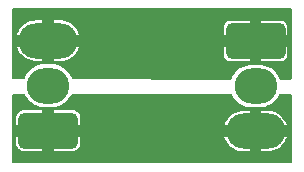
<source format=gbr>
%TF.GenerationSoftware,KiCad,Pcbnew,7.0.7*%
%TF.CreationDate,2023-11-08T00:53:50-05:00*%
%TF.ProjectId,Pixel_Boost2,50697865-6c5f-4426-9f6f-7374322e6b69,v3*%
%TF.SameCoordinates,Original*%
%TF.FileFunction,Copper,L2,Bot*%
%TF.FilePolarity,Positive*%
%FSLAX46Y46*%
G04 Gerber Fmt 4.6, Leading zero omitted, Abs format (unit mm)*
G04 Created by KiCad (PCBNEW 7.0.7) date 2023-11-08 00:53:50*
%MOMM*%
%LPD*%
G01*
G04 APERTURE LIST*
G04 Aperture macros list*
%AMRoundRect*
0 Rectangle with rounded corners*
0 $1 Rounding radius*
0 $2 $3 $4 $5 $6 $7 $8 $9 X,Y pos of 4 corners*
0 Add a 4 corners polygon primitive as box body*
4,1,4,$2,$3,$4,$5,$6,$7,$8,$9,$2,$3,0*
0 Add four circle primitives for the rounded corners*
1,1,$1+$1,$2,$3*
1,1,$1+$1,$4,$5*
1,1,$1+$1,$6,$7*
1,1,$1+$1,$8,$9*
0 Add four rect primitives between the rounded corners*
20,1,$1+$1,$2,$3,$4,$5,0*
20,1,$1+$1,$4,$5,$6,$7,0*
20,1,$1+$1,$6,$7,$8,$9,0*
20,1,$1+$1,$8,$9,$2,$3,0*%
G04 Aperture macros list end*
%TA.AperFunction,ComponentPad*%
%ADD10RoundRect,0.416667X2.083333X-1.083333X2.083333X1.083333X-2.083333X1.083333X-2.083333X-1.083333X0*%
%TD*%
%TA.AperFunction,ComponentPad*%
%ADD11O,3.600000X3.000000*%
%TD*%
%TA.AperFunction,ComponentPad*%
%ADD12O,5.000000X3.000000*%
%TD*%
%TA.AperFunction,ComponentPad*%
%ADD13RoundRect,0.416667X-2.083333X1.083333X-2.083333X-1.083333X2.083333X-1.083333X2.083333X1.083333X0*%
%TD*%
%TA.AperFunction,ViaPad*%
%ADD14C,0.800000*%
%TD*%
G04 APERTURE END LIST*
D10*
%TO.P,J1,1,Pin_1*%
%TO.N,GND*%
X142467500Y-116842500D03*
D11*
%TO.P,J1,2,Pin_2*%
%TO.N,Net-(J1-Pin_2)*%
X142467500Y-113032500D03*
D12*
%TO.P,J1,3,Pin_3*%
%TO.N,+12V*%
X142467500Y-109222500D03*
%TD*%
D13*
%TO.P,J2,1,Pin_1*%
%TO.N,+12V*%
X160020000Y-109260000D03*
D11*
%TO.P,J2,2,Pin_2*%
%TO.N,Net-(J2-Pin_2)*%
X160020000Y-113070000D03*
D12*
%TO.P,J2,3,Pin_3*%
%TO.N,GND*%
X160020000Y-116880000D03*
%TD*%
D14*
%TO.N,GND*%
X155310000Y-118220000D03*
X151000000Y-114190000D03*
X152300000Y-118300000D03*
X149700000Y-118330000D03*
X148700000Y-114200000D03*
X146825000Y-118300000D03*
%TO.N,+12V*%
X156260000Y-106960000D03*
X148475000Y-111506000D03*
X150400000Y-111506000D03*
X156300000Y-111390000D03*
X148625000Y-108210000D03*
X150425000Y-108210000D03*
X146875000Y-108925000D03*
%TD*%
%TA.AperFunction,Conductor*%
%TO.N,+12V*%
G36*
X163057866Y-106519789D02*
G01*
X163094557Y-106570289D01*
X163099500Y-106601500D01*
X163099500Y-112418312D01*
X163080211Y-112477678D01*
X163029711Y-112514369D01*
X162998463Y-112519312D01*
X162117122Y-112518991D01*
X162057763Y-112499680D01*
X162021091Y-112449167D01*
X162020646Y-112447759D01*
X162019105Y-112442764D01*
X162008206Y-112407428D01*
X161890599Y-112163215D01*
X161737907Y-111939257D01*
X161737901Y-111939250D01*
X161553544Y-111740559D01*
X161341623Y-111571558D01*
X161276669Y-111534057D01*
X161106879Y-111436029D01*
X161106875Y-111436027D01*
X161106871Y-111436025D01*
X160854565Y-111337003D01*
X160854557Y-111337000D01*
X160590302Y-111276685D01*
X160387671Y-111261500D01*
X160387668Y-111261500D01*
X159652332Y-111261500D01*
X159652329Y-111261500D01*
X159449697Y-111276685D01*
X159185442Y-111337000D01*
X159185434Y-111337003D01*
X158933128Y-111436025D01*
X158698376Y-111571558D01*
X158486455Y-111740559D01*
X158302098Y-111939250D01*
X158302096Y-111939253D01*
X158149404Y-112163208D01*
X158149398Y-112163219D01*
X158031793Y-112407428D01*
X158019823Y-112446232D01*
X157983891Y-112497274D01*
X157924819Y-112517448D01*
X157923274Y-112517459D01*
X144574214Y-112512588D01*
X144514855Y-112493277D01*
X144478183Y-112442764D01*
X144477772Y-112441467D01*
X144455706Y-112369928D01*
X144338099Y-112125715D01*
X144185407Y-111901757D01*
X144185401Y-111901750D01*
X144001044Y-111703059D01*
X143789123Y-111534058D01*
X143742172Y-111506951D01*
X143554379Y-111398529D01*
X143554375Y-111398527D01*
X143554371Y-111398525D01*
X143302065Y-111299503D01*
X143302057Y-111299500D01*
X143037802Y-111239185D01*
X142835171Y-111224000D01*
X142835168Y-111224000D01*
X142099832Y-111224000D01*
X142099829Y-111224000D01*
X141897197Y-111239185D01*
X141632942Y-111299500D01*
X141632934Y-111299503D01*
X141380628Y-111398525D01*
X141145876Y-111534058D01*
X140933955Y-111703059D01*
X140749598Y-111901750D01*
X140749596Y-111901753D01*
X140596904Y-112125708D01*
X140596898Y-112125719D01*
X140479291Y-112369931D01*
X140457733Y-112439821D01*
X140421802Y-112490864D01*
X140362731Y-112511039D01*
X140361184Y-112511050D01*
X139501463Y-112510736D01*
X139442104Y-112491425D01*
X139405432Y-112440912D01*
X139400500Y-112409736D01*
X139400500Y-109722500D01*
X139832259Y-109722500D01*
X139904354Y-109923237D01*
X139904357Y-109923243D01*
X140029645Y-110153645D01*
X140188632Y-110362216D01*
X140377606Y-110544086D01*
X140592106Y-110694961D01*
X140592113Y-110694965D01*
X140827143Y-110811336D01*
X140827142Y-110811336D01*
X141077177Y-110890464D01*
X141077185Y-110890466D01*
X141336369Y-110930500D01*
X141967500Y-110930500D01*
X141967500Y-109974408D01*
X141986789Y-109915042D01*
X142037289Y-109878351D01*
X142099711Y-109878351D01*
X142113824Y-109884149D01*
X142209239Y-109932068D01*
X142379838Y-109972500D01*
X142379840Y-109972500D01*
X142511179Y-109972500D01*
X142511184Y-109972500D01*
X142641639Y-109957252D01*
X142806391Y-109897287D01*
X142808624Y-109895817D01*
X142811000Y-109894256D01*
X142871199Y-109877749D01*
X142929604Y-109899780D01*
X142963905Y-109951932D01*
X142967500Y-109978640D01*
X142967500Y-110930500D01*
X143532967Y-110930500D01*
X143728996Y-110915449D01*
X143984348Y-110855694D01*
X143984360Y-110855690D01*
X144227603Y-110757655D01*
X144227606Y-110757654D01*
X144453032Y-110623636D01*
X144453039Y-110623631D01*
X144655367Y-110456771D01*
X144700245Y-110406415D01*
X157312000Y-110406415D01*
X157314786Y-110441826D01*
X157358818Y-110593388D01*
X157358819Y-110593391D01*
X157439161Y-110729240D01*
X157550759Y-110840838D01*
X157686608Y-110921180D01*
X157686611Y-110921181D01*
X157838173Y-110965213D01*
X157873585Y-110968000D01*
X159520000Y-110968000D01*
X159520000Y-110011908D01*
X159539289Y-109952542D01*
X159589789Y-109915851D01*
X159652211Y-109915851D01*
X159666324Y-109921649D01*
X159761739Y-109969568D01*
X159932338Y-110010000D01*
X159932340Y-110010000D01*
X160063679Y-110010000D01*
X160063684Y-110010000D01*
X160194139Y-109994752D01*
X160358891Y-109934787D01*
X160361124Y-109933317D01*
X160363500Y-109931756D01*
X160423699Y-109915249D01*
X160482104Y-109937280D01*
X160516405Y-109989432D01*
X160520000Y-110016140D01*
X160520000Y-110968000D01*
X162166415Y-110968000D01*
X162201826Y-110965213D01*
X162353388Y-110921181D01*
X162353391Y-110921180D01*
X162489240Y-110840838D01*
X162600838Y-110729240D01*
X162681180Y-110593391D01*
X162681181Y-110593388D01*
X162725213Y-110441826D01*
X162728000Y-110406415D01*
X162728000Y-109760000D01*
X160772287Y-109760000D01*
X160712921Y-109740711D01*
X160676230Y-109690211D01*
X160676230Y-109627789D01*
X160684815Y-109608505D01*
X160713350Y-109559082D01*
X160763634Y-109391123D01*
X160773828Y-109216094D01*
X160743384Y-109043433D01*
X160691614Y-108923418D01*
X160681946Y-108901004D01*
X160676144Y-108838853D01*
X160707982Y-108785161D01*
X160765298Y-108760437D01*
X160774686Y-108760000D01*
X162728000Y-108760000D01*
X162728000Y-108113585D01*
X162725213Y-108078173D01*
X162681181Y-107926611D01*
X162681180Y-107926608D01*
X162600838Y-107790759D01*
X162489240Y-107679161D01*
X162353391Y-107598819D01*
X162353388Y-107598818D01*
X162201826Y-107554786D01*
X162166415Y-107552000D01*
X160520000Y-107552000D01*
X160520000Y-108508091D01*
X160500711Y-108567457D01*
X160450211Y-108604148D01*
X160387789Y-108604148D01*
X160373672Y-108598348D01*
X160278263Y-108550433D01*
X160278264Y-108550433D01*
X160278262Y-108550432D01*
X160278261Y-108550432D01*
X160107662Y-108510000D01*
X159976316Y-108510000D01*
X159976313Y-108510000D01*
X159845860Y-108525248D01*
X159681107Y-108585213D01*
X159681105Y-108585214D01*
X159676494Y-108588247D01*
X159616293Y-108604749D01*
X159557890Y-108582714D01*
X159523593Y-108530559D01*
X159520000Y-108503859D01*
X159520000Y-107552000D01*
X157873585Y-107552000D01*
X157838173Y-107554786D01*
X157686611Y-107598818D01*
X157686608Y-107598819D01*
X157550759Y-107679161D01*
X157439161Y-107790759D01*
X157358819Y-107926608D01*
X157358818Y-107926611D01*
X157314786Y-108078173D01*
X157312000Y-108113585D01*
X157312000Y-108760000D01*
X159267713Y-108760000D01*
X159327079Y-108779289D01*
X159363770Y-108829789D01*
X159363770Y-108892211D01*
X159355184Y-108911494D01*
X159348299Y-108923421D01*
X159326648Y-108960921D01*
X159276366Y-109128873D01*
X159276365Y-109128880D01*
X159273470Y-109178594D01*
X159266172Y-109303906D01*
X159290004Y-109439070D01*
X159296617Y-109476570D01*
X159358054Y-109618996D01*
X159363856Y-109681147D01*
X159332018Y-109734839D01*
X159274702Y-109759563D01*
X159265314Y-109760000D01*
X157312000Y-109760000D01*
X157312000Y-110406415D01*
X144700245Y-110406415D01*
X144829858Y-110260979D01*
X144972410Y-110040851D01*
X144972415Y-110040841D01*
X145079698Y-109801526D01*
X145101416Y-109722500D01*
X143219787Y-109722500D01*
X143160421Y-109703211D01*
X143123730Y-109652711D01*
X143123730Y-109590289D01*
X143132315Y-109571005D01*
X143160850Y-109521582D01*
X143211134Y-109353623D01*
X143221328Y-109178594D01*
X143190884Y-109005933D01*
X143137617Y-108882447D01*
X143129446Y-108863504D01*
X143123644Y-108801353D01*
X143155482Y-108747661D01*
X143212798Y-108722937D01*
X143222186Y-108722500D01*
X145102741Y-108722500D01*
X145102741Y-108722499D01*
X145030645Y-108521762D01*
X145030642Y-108521756D01*
X144905354Y-108291354D01*
X144746367Y-108082783D01*
X144557393Y-107900913D01*
X144342893Y-107750038D01*
X144342886Y-107750034D01*
X144107856Y-107633663D01*
X144107857Y-107633663D01*
X143857822Y-107554535D01*
X143857814Y-107554533D01*
X143598631Y-107514500D01*
X142967500Y-107514500D01*
X142967500Y-108470591D01*
X142948211Y-108529957D01*
X142897711Y-108566648D01*
X142835289Y-108566648D01*
X142821172Y-108560848D01*
X142725763Y-108512933D01*
X142725764Y-108512933D01*
X142725762Y-108512932D01*
X142725761Y-108512932D01*
X142555162Y-108472500D01*
X142423816Y-108472500D01*
X142423813Y-108472500D01*
X142293360Y-108487748D01*
X142128607Y-108547713D01*
X142128605Y-108547714D01*
X142123994Y-108550747D01*
X142063793Y-108567249D01*
X142005390Y-108545214D01*
X141971093Y-108493059D01*
X141967500Y-108466359D01*
X141967500Y-107514500D01*
X141402033Y-107514500D01*
X141206003Y-107529550D01*
X140950651Y-107589305D01*
X140950639Y-107589309D01*
X140707396Y-107687344D01*
X140707393Y-107687345D01*
X140481967Y-107821363D01*
X140481960Y-107821368D01*
X140279632Y-107988228D01*
X140105141Y-108184020D01*
X139962589Y-108404148D01*
X139962584Y-108404158D01*
X139855301Y-108643473D01*
X139833584Y-108722500D01*
X141715213Y-108722500D01*
X141774579Y-108741789D01*
X141811270Y-108792289D01*
X141811270Y-108854711D01*
X141802684Y-108873994D01*
X141787091Y-108901004D01*
X141774148Y-108923421D01*
X141723866Y-109091373D01*
X141723865Y-109091380D01*
X141718786Y-109178594D01*
X141713672Y-109266406D01*
X141735662Y-109391123D01*
X141744117Y-109439070D01*
X141805554Y-109581496D01*
X141811356Y-109643647D01*
X141779518Y-109697339D01*
X141722202Y-109722063D01*
X141712814Y-109722500D01*
X139832259Y-109722500D01*
X139400500Y-109722500D01*
X139400500Y-106601500D01*
X139419789Y-106542134D01*
X139470289Y-106505443D01*
X139501500Y-106500500D01*
X162998500Y-106500500D01*
X163057866Y-106519789D01*
G37*
%TD.AperFunction*%
%TD*%
%TA.AperFunction,Conductor*%
%TO.N,GND*%
G36*
X140501650Y-113769289D02*
G01*
X140533280Y-113807176D01*
X140596901Y-113939285D01*
X140596902Y-113939286D01*
X140596908Y-113939296D01*
X140749591Y-114163240D01*
X140749598Y-114163249D01*
X140933955Y-114361940D01*
X140980982Y-114399442D01*
X141145879Y-114530943D01*
X141380621Y-114666471D01*
X141380626Y-114666473D01*
X141380628Y-114666474D01*
X141476170Y-114703971D01*
X141632941Y-114765499D01*
X141897201Y-114825815D01*
X142050583Y-114837309D01*
X142099829Y-114841000D01*
X142099832Y-114841000D01*
X142835171Y-114841000D01*
X142880726Y-114837585D01*
X143037799Y-114825815D01*
X143302059Y-114765499D01*
X143554379Y-114666471D01*
X143789121Y-114530943D01*
X144001042Y-114361942D01*
X144185407Y-114163243D01*
X144338099Y-113939286D01*
X144401718Y-113807178D01*
X144444856Y-113762060D01*
X144492717Y-113750000D01*
X157976725Y-113750000D01*
X158036091Y-113769289D01*
X158067721Y-113807176D01*
X158149401Y-113976785D01*
X158149402Y-113976786D01*
X158149408Y-113976796D01*
X158302091Y-114200740D01*
X158302098Y-114200749D01*
X158486455Y-114399440D01*
X158651353Y-114530941D01*
X158698379Y-114568443D01*
X158933121Y-114703971D01*
X158933126Y-114703973D01*
X158933128Y-114703974D01*
X159059281Y-114753484D01*
X159185441Y-114802999D01*
X159449701Y-114863315D01*
X159603083Y-114874809D01*
X159652329Y-114878500D01*
X159652332Y-114878500D01*
X160387671Y-114878500D01*
X160433225Y-114875085D01*
X160590299Y-114863315D01*
X160854559Y-114802999D01*
X161106879Y-114703971D01*
X161341621Y-114568443D01*
X161553542Y-114399442D01*
X161737907Y-114200743D01*
X161890599Y-113976786D01*
X161972277Y-113807178D01*
X162015415Y-113762060D01*
X162063276Y-113750000D01*
X162998500Y-113750000D01*
X163057866Y-113769289D01*
X163094557Y-113819789D01*
X163099500Y-113851000D01*
X163099500Y-119498500D01*
X163080211Y-119557866D01*
X163029711Y-119594557D01*
X162998500Y-119599500D01*
X139501500Y-119599500D01*
X139442134Y-119580211D01*
X139405443Y-119529711D01*
X139400500Y-119498500D01*
X139400500Y-117988915D01*
X139759500Y-117988915D01*
X139762286Y-118024326D01*
X139806318Y-118175888D01*
X139806319Y-118175891D01*
X139886661Y-118311740D01*
X139998259Y-118423338D01*
X140134108Y-118503680D01*
X140134111Y-118503681D01*
X140285673Y-118547713D01*
X140321085Y-118550500D01*
X141967500Y-118550500D01*
X141967500Y-117594408D01*
X141986789Y-117535042D01*
X142037289Y-117498351D01*
X142099711Y-117498351D01*
X142113824Y-117504149D01*
X142209239Y-117552068D01*
X142379838Y-117592500D01*
X142379840Y-117592500D01*
X142511179Y-117592500D01*
X142511184Y-117592500D01*
X142641639Y-117577252D01*
X142806391Y-117517287D01*
X142808624Y-117515817D01*
X142811000Y-117514256D01*
X142871199Y-117497749D01*
X142929604Y-117519780D01*
X142963905Y-117571932D01*
X142967500Y-117598640D01*
X142967500Y-118550500D01*
X144613915Y-118550500D01*
X144649326Y-118547713D01*
X144800888Y-118503681D01*
X144800891Y-118503680D01*
X144936740Y-118423338D01*
X145048338Y-118311740D01*
X145128680Y-118175891D01*
X145128681Y-118175888D01*
X145172713Y-118024326D01*
X145175500Y-117988915D01*
X145175500Y-117380000D01*
X157384759Y-117380000D01*
X157456854Y-117580737D01*
X157456857Y-117580743D01*
X157582145Y-117811145D01*
X157741132Y-118019716D01*
X157930106Y-118201586D01*
X158144606Y-118352461D01*
X158144613Y-118352465D01*
X158379643Y-118468836D01*
X158379642Y-118468836D01*
X158629677Y-118547964D01*
X158629685Y-118547966D01*
X158888869Y-118588000D01*
X159520000Y-118588000D01*
X159520000Y-117631908D01*
X159539289Y-117572542D01*
X159589789Y-117535851D01*
X159652211Y-117535851D01*
X159666324Y-117541649D01*
X159761739Y-117589568D01*
X159932338Y-117630000D01*
X159932340Y-117630000D01*
X160063679Y-117630000D01*
X160063684Y-117630000D01*
X160194139Y-117614752D01*
X160358891Y-117554787D01*
X160361124Y-117553317D01*
X160363500Y-117551756D01*
X160423699Y-117535249D01*
X160482104Y-117557280D01*
X160516405Y-117609432D01*
X160520000Y-117636140D01*
X160520000Y-118588000D01*
X161085467Y-118588000D01*
X161281496Y-118572949D01*
X161536848Y-118513194D01*
X161536860Y-118513190D01*
X161780103Y-118415155D01*
X161780106Y-118415154D01*
X162005532Y-118281136D01*
X162005539Y-118281131D01*
X162207867Y-118114271D01*
X162382358Y-117918479D01*
X162524910Y-117698351D01*
X162524915Y-117698341D01*
X162632198Y-117459026D01*
X162653916Y-117380000D01*
X160772287Y-117380000D01*
X160712921Y-117360711D01*
X160676230Y-117310211D01*
X160676230Y-117247789D01*
X160684815Y-117228505D01*
X160713350Y-117179082D01*
X160763634Y-117011123D01*
X160773828Y-116836094D01*
X160743384Y-116663433D01*
X160691614Y-116543418D01*
X160681946Y-116521004D01*
X160676144Y-116458853D01*
X160707982Y-116405161D01*
X160765298Y-116380437D01*
X160774686Y-116380000D01*
X162655241Y-116380000D01*
X162655241Y-116379999D01*
X162583145Y-116179262D01*
X162583142Y-116179256D01*
X162457854Y-115948854D01*
X162298867Y-115740283D01*
X162109893Y-115558413D01*
X161895393Y-115407538D01*
X161895386Y-115407534D01*
X161660356Y-115291163D01*
X161660357Y-115291163D01*
X161410322Y-115212035D01*
X161410314Y-115212033D01*
X161151131Y-115172000D01*
X160520000Y-115172000D01*
X160520000Y-116128091D01*
X160500711Y-116187457D01*
X160450211Y-116224148D01*
X160387789Y-116224148D01*
X160373672Y-116218348D01*
X160278263Y-116170433D01*
X160278264Y-116170433D01*
X160278262Y-116170432D01*
X160278261Y-116170432D01*
X160107662Y-116130000D01*
X159976316Y-116130000D01*
X159976313Y-116130000D01*
X159845860Y-116145248D01*
X159681107Y-116205213D01*
X159681105Y-116205214D01*
X159676494Y-116208247D01*
X159616293Y-116224749D01*
X159557890Y-116202714D01*
X159523593Y-116150559D01*
X159520000Y-116123859D01*
X159520000Y-115172000D01*
X158954533Y-115172000D01*
X158758503Y-115187050D01*
X158503151Y-115246805D01*
X158503139Y-115246809D01*
X158259896Y-115344844D01*
X158259893Y-115344845D01*
X158034467Y-115478863D01*
X158034460Y-115478868D01*
X157832132Y-115645728D01*
X157657641Y-115841520D01*
X157515089Y-116061648D01*
X157515084Y-116061658D01*
X157407801Y-116300973D01*
X157386084Y-116380000D01*
X159267713Y-116380000D01*
X159327079Y-116399289D01*
X159363770Y-116449789D01*
X159363770Y-116512211D01*
X159355184Y-116531494D01*
X159348299Y-116543421D01*
X159326648Y-116580921D01*
X159276366Y-116748873D01*
X159276365Y-116748880D01*
X159273470Y-116798594D01*
X159266172Y-116923906D01*
X159290004Y-117059070D01*
X159296617Y-117096570D01*
X159358054Y-117238996D01*
X159363856Y-117301147D01*
X159332018Y-117354839D01*
X159274702Y-117379563D01*
X159265314Y-117380000D01*
X157384759Y-117380000D01*
X145175500Y-117380000D01*
X145175500Y-117342500D01*
X143219787Y-117342500D01*
X143160421Y-117323211D01*
X143123730Y-117272711D01*
X143123730Y-117210289D01*
X143132315Y-117191005D01*
X143160850Y-117141582D01*
X143211134Y-116973623D01*
X143221328Y-116798594D01*
X143190884Y-116625933D01*
X143137617Y-116502447D01*
X143129446Y-116483504D01*
X143123644Y-116421353D01*
X143155482Y-116367661D01*
X143212798Y-116342937D01*
X143222186Y-116342500D01*
X145175500Y-116342500D01*
X145175500Y-115696085D01*
X145172713Y-115660673D01*
X145128681Y-115509111D01*
X145128680Y-115509108D01*
X145048338Y-115373259D01*
X144936740Y-115261661D01*
X144800891Y-115181319D01*
X144800888Y-115181318D01*
X144649326Y-115137286D01*
X144613915Y-115134500D01*
X142967500Y-115134500D01*
X142967500Y-116090591D01*
X142948211Y-116149957D01*
X142897711Y-116186648D01*
X142835289Y-116186648D01*
X142821172Y-116180848D01*
X142725763Y-116132933D01*
X142725764Y-116132933D01*
X142725762Y-116132932D01*
X142725761Y-116132932D01*
X142555162Y-116092500D01*
X142423816Y-116092500D01*
X142423813Y-116092500D01*
X142293360Y-116107748D01*
X142128607Y-116167713D01*
X142128605Y-116167714D01*
X142123994Y-116170747D01*
X142063793Y-116187249D01*
X142005390Y-116165214D01*
X141971093Y-116113059D01*
X141967500Y-116086359D01*
X141967500Y-115134500D01*
X140321085Y-115134500D01*
X140285673Y-115137286D01*
X140134111Y-115181318D01*
X140134108Y-115181319D01*
X139998259Y-115261661D01*
X139886661Y-115373259D01*
X139806319Y-115509108D01*
X139806318Y-115509111D01*
X139762286Y-115660673D01*
X139759500Y-115696085D01*
X139759500Y-116342500D01*
X141715213Y-116342500D01*
X141774579Y-116361789D01*
X141811270Y-116412289D01*
X141811270Y-116474711D01*
X141802684Y-116493994D01*
X141787091Y-116521004D01*
X141774148Y-116543421D01*
X141723866Y-116711373D01*
X141723865Y-116711380D01*
X141718786Y-116798594D01*
X141713672Y-116886406D01*
X141735662Y-117011123D01*
X141744117Y-117059070D01*
X141805554Y-117201496D01*
X141811356Y-117263647D01*
X141779518Y-117317339D01*
X141722202Y-117342063D01*
X141712814Y-117342500D01*
X139759500Y-117342500D01*
X139759500Y-117988915D01*
X139400500Y-117988915D01*
X139400500Y-113851000D01*
X139419789Y-113791634D01*
X139470289Y-113754943D01*
X139501500Y-113750000D01*
X140442284Y-113750000D01*
X140501650Y-113769289D01*
G37*
%TD.AperFunction*%
%TD*%
M02*

</source>
